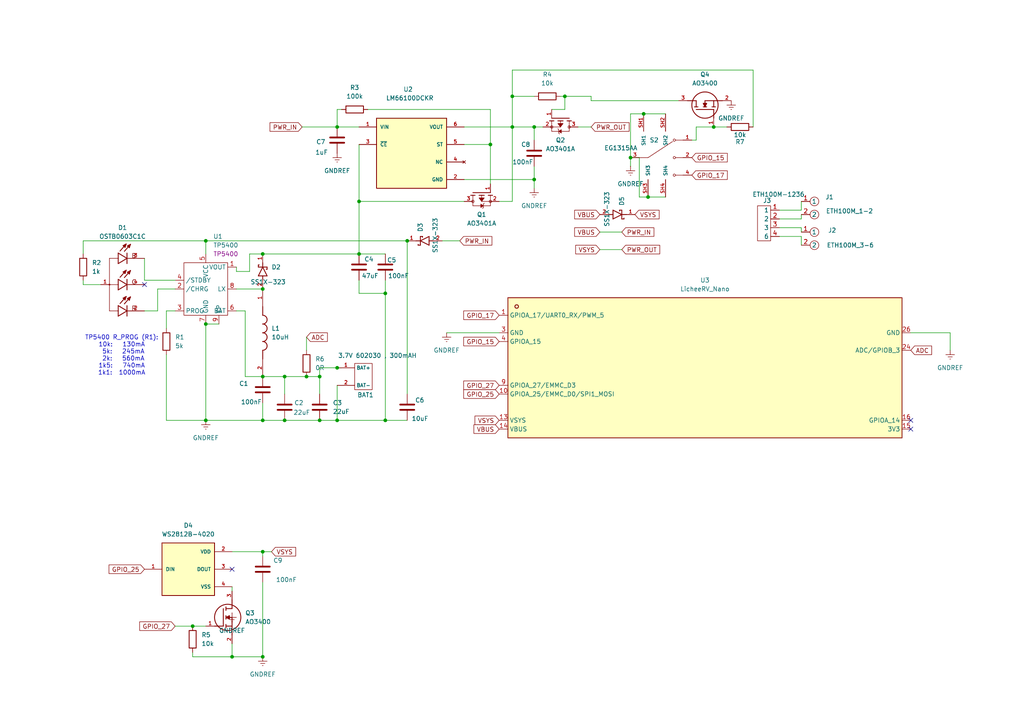
<source format=kicad_sch>
(kicad_sch (version 20250114) (generator "eeschema") (generator_version "9.0")
  (paper "A4")
  (title_block (title "Lichee-Jack EXT. Board") (date "2025-09-16") (rev "1.1") (company "KaliAssistant"))
  (lib_symbols
    (symbol "AO3400:AO3400" (pin_names (offset 1.016))
      (property "Reference" "Q" (at 11.43 3.81 0))
      (property "Value" "AO3400" (at 11.43 1.27 0))
      (symbol "AO3400_0_0"
        (polyline (pts (xy 2.54 0) (xy 5.08 0)) (stroke (width 0.254)))
        (polyline (pts (xy 5.08 5.08) (xy 5.08 0)) (stroke (width 0.254)))
        (polyline (pts (xy 5.842 5.588) (xy 5.842 4.572)) (stroke (width 0.254)))
        (polyline (pts (xy 5.842 2.54) (xy 6.858 3.048) (xy 6.858 2.032) (xy 5.842 2.54)) (stroke (width 0.254)) (fill (type outline)))
        (polyline (pts (xy 5.842 2.032) (xy 5.842 3.048)) (stroke (width 0.254)))
        (polyline (pts (xy 5.842 0) (xy 7.62 0)) (stroke (width 0.254)))
        (polyline (pts (xy 5.842 -0.508) (xy 5.842 0.508)) (stroke (width 0.254)))
        (circle (center 6.35 2.54) (radius 3.81) (stroke (width 0.254)))
        (polyline (pts (xy 7.62 5.08) (xy 5.842 5.08)) (stroke (width 0.254)))
        (polyline (pts (xy 7.62 5.08) (xy 7.62 7.62)) (stroke (width 0.254)))
        (polyline (pts (xy 7.62 2.54) (xy 5.842 2.54)) (stroke (width 0.254)))
        (polyline (pts (xy 7.62 2.54) (xy 7.62 -2.54)) (stroke (width 0.254)))
        (pin bidirectional line (at 0 0 0) (length 2.54) (name "~") (number "1"))
        (pin bidirectional line (at 7.62 10.16 270) (length 2.54) (name "~") (number "3"))
        (pin bidirectional line (at 7.62 -5.08 90) (length 2.54) (name "~") (number "2"))
      )
    )
    (symbol "AO3401A:AO3401A" (pin_names (offset 1.016))
      (property "Reference" "Q" (at -13.97 -1.27 0))
      (property "Value" "AO3401A" (at -13.97 -3.81 0))
      (symbol "AO3401A_0_0"
        (polyline (pts (xy -2.54 -2.54) (xy -2.54 2.54)) (stroke (width 0.254)))
        (polyline (pts (xy -1.778 2.54) (xy -1.778 3.175)) (stroke (width 0.254)))
        (polyline (pts (xy -1.778 1.905) (xy -1.778 2.54)) (stroke (width 0.254)))
        (polyline (pts (xy -1.778 0) (xy -1.778 0.762)) (stroke (width 0.254)))
        (polyline (pts (xy -1.778 0) (xy 0 0)) (stroke (width 0.1524)))
        (polyline (pts (xy -1.778 -0.762) (xy -1.778 0)) (stroke (width 0.254)))
        (polyline (pts (xy -1.778 -2.54) (xy -1.778 -1.905)) (stroke (width 0.254)))
        (polyline (pts (xy -1.778 -2.54) (xy 1.27 -2.54)) (stroke (width 0.1524)))
        (polyline (pts (xy -1.778 -3.175) (xy -1.778 -2.54)) (stroke (width 0.254)))
        (circle (center 0 2.54) (radius 0.3592))
        (polyline (pts (xy 0 2.54) (xy -1.778 2.54)) (stroke (width 0.1524)))
        (polyline (pts (xy 0 2.54) (xy 1.27 2.54)) (stroke (width 0.1524)))
        (polyline (pts (xy 0 0) (xy 0 2.54)) (stroke (width 0.1524)))
        (polyline (pts (xy 0 0) (xy -1.016 0.762) (xy -1.016 -0.762) (xy 0 0)) (stroke (width 0.1524)) (fill (type outline)))
        (circle (center 0 -2.54) (radius 0.3592))
        (polyline (pts (xy 0.508 0.762) (xy 0.762 0.508)) (stroke (width 0.1524)))
        (polyline (pts (xy 0.762 0.508) (xy 1.27 0.508)) (stroke (width 0.1524)))
        (polyline (pts (xy 1.27 0.508) (xy 1.27 2.54)) (stroke (width 0.1524)))
        (polyline (pts (xy 1.27 0.508) (xy 1.778 0.508)) (stroke (width 0.1524)))
        (polyline (pts (xy 1.27 0.508) (xy 1.778 -0.254) (xy 0.762 -0.254) (xy 1.27 0.508)) (stroke (width 0.1524)) (fill (type outline)))
        (polyline (pts (xy 1.27 -2.54) (xy 1.27 0.508)) (stroke (width 0.1524)))
        (polyline (pts (xy 1.778 0.508) (xy 2.032 0.254)) (stroke (width 0.1524)))
        (pin passive line (at -5.08 2.54 0) (length 2.54) (name "~") (number "1"))
        (pin passive line (at 0 5.08 270) (length 2.54) (name "~") (number "2"))
        (pin passive line (at 0 -5.08 90) (length 2.54) (name "~") (number "3"))
      )
    )
    (symbol "ASPI-4030S-XXXM-T:ASPI-4030S-4R7M-T" (pin_names (offset 1.016))
      (property "Reference" "L" (at -10.16 5.08 0))
      (property "Value" "ASPI-4030S-4R7M-T" (at -10.16 -5.08 0))
      (symbol "ASPI-4030S-4R7M-T_0_0"
        (polyline (pts (xy -5.08 0) (xy -7.62 0)) (stroke (width 0.254)))
        (arc (start -5.08 0) (mid -3.81 1.2645) (end -2.54 0) (stroke (width 0.254)))
        (arc (start -2.54 0) (mid -1.27 1.2645) (end 0 0) (stroke (width 0.254)))
        (arc (start 0 0) (mid 1.27 1.2645) (end 2.54 0) (stroke (width 0.254)))
        (arc (start 2.54 0) (mid 3.81 1.2645) (end 5.08 0) (stroke (width 0.254)))
        (polyline (pts (xy 5.08 0) (xy 7.62 0)) (stroke (width 0.254)))
        (pin passive line (at -12.7 0 0) (length 5.08) (name "~") (number "1"))
        (pin passive line (at 12.7 0 180) (length 5.08) (name "~") (number "2"))
      )
    )
    (symbol "BAT_CONN:BAT_CONN"
      (property "Reference" "BAT" (at -0.254 7.366 0))
      (symbol "BAT_CONN_0_1"
        (rectangle (start -2.54 3.81) (end 2.54 -3.81))
      )
      (symbol "BAT_CONN_1_0"
        (pin power_in line (at -7.62 2.54 0) (length 5.08) (name "BAT+") (number "1"))
        (pin power_in line (at -7.62 -2.54 0) (length 5.08) (name "BAT-") (number "2"))
      )
    )
    (symbol "Device:C" (pin_numbers (hide yes)) (pin_names (offset 0.254))
      (property "Reference" "C" (at 0.635 2.54 0))
      (property "Value" "C" (at 0.635 -2.54 0))
      (symbol "C_0_1"
        (polyline (pts (xy -2.032 0.762) (xy 2.032 0.762)) (stroke (width 0.508)))
        (polyline (pts (xy -2.032 -0.762) (xy 2.032 -0.762)) (stroke (width 0.508)))
      )
      (symbol "C_1_1"
        (pin passive line (at 0 3.81 270) (length 2.794) (name "~") (number "1"))
        (pin passive line (at 0 -3.81 90) (length 2.794) (name "~") (number "2"))
      )
    )
    (symbol "Device:R" (pin_numbers (hide yes)) (pin_names (offset 0))
      (property "Reference" "R" (at 2.032 0 90))
      (property "Value" "R" (at 0 0 90))
      (symbol "R_0_1"
        (rectangle (start -1.016 -2.54) (end 1.016 2.54) (stroke (width 0.254)))
      )
      (symbol "R_1_1"
        (pin passive line (at 0 3.81 270) (length 1.27) (name "~") (number "1"))
        (pin passive line (at 0 -3.81 90) (length 1.27) (name "~") (number "2"))
      )
    )
    (symbol "EG1315AA:EG1315AA" (pin_names (offset 1.016))
      (property "Reference" "S" (at -14.986 10.414 0))
      (property "Value" "EG1315AA" (at -19.812 8.89 0))
      (symbol "EG1315AA_0_0"
        (polyline (pts (xy -5.08 0) (xy -7.62 0)) (stroke (width 0.1524)))
        (polyline (pts (xy -5.08 0) (xy 2.032 4.6736)) (stroke (width 0.1524)))
        (circle (center 2.54 5.08) (radius 0.3302) (stroke (width 0.1524)))
        (circle (center 2.54 0) (radius 0.3302) (stroke (width 0.1524)))
        (circle (center 2.54 -5.08) (radius 0.3302) (stroke (width 0.1524)))
        (polyline (pts (xy 5.08 5.08) (xy 2.921 5.08)) (stroke (width 0.1524)))
        (polyline (pts (xy 5.08 0) (xy 2.921 0)) (stroke (width 0.1524)))
        (polyline (pts (xy 5.08 -5.08) (xy 2.921 -5.08)) (stroke (width 0.1524)))
        (pin passive line (at -10.16 0 0) (length 2.54) (name "~") (number "3"))
        (pin passive line (at 7.62 5.08 180) (length 2.54) (name "~") (number "1"))
        (pin passive line (at 7.62 0 180) (length 2.54) (name "~") (number "2"))
        (pin passive line (at 7.62 -5.08 180) (length 2.54) (name "~") (number "4"))
      )
      (symbol "EG1315AA_1_0"
        (pin passive line (at -6.35 12.7 270) (length 5.08) (name "SH1") (number "SH1"))
        (pin passive line (at -5.08 -11.43 90) (length 5.08) (name "SH3") (number "SH3"))
        (pin passive line (at 0 12.7 270) (length 5.08) (name "SH2") (number "SH2"))
        (pin passive line (at 0 -11.43 90) (length 5.08) (name "SH4") (number "SH4"))
      )
    )
    (symbol "ETHPAD:ETHCON"
      (property "Reference" "J" (at 0 0 0))
      (symbol "ETHCON_0_1"
        (rectangle (start -1.27 -1.27) (end 2.54 -11.43))
      )
      (symbol "ETHCON_1_1"
        (pin passive line (at 5.08 -2.54 180) (length 2.54) (name "1") (number "1"))
        (pin passive line (at 5.08 -5.08 180) (length 2.54) (name "2") (number "2"))
        (pin passive line (at 5.08 -7.62 180) (length 2.54) (name "3") (number "3"))
        (pin passive line (at 5.08 -10.16 180) (length 2.54) (name "6") (number "4"))
      )
    )
    (symbol "ETHPAD:ETHPAD"
      (property "Reference" "J" (at 0 0 0))
      (symbol "ETHPAD_0_1"
        (circle (center -1.27 -2.54) (radius 1.27))
        (circle (center -1.27 -6.35) (radius 1.27))
      )
      (symbol "ETHPAD_1_1"
        (pin passive line (at 2.54 -2.54 180) (length 2.54) (name "1") (number "1"))
        (pin passive line (at 2.54 -6.35 180) (length 2.54) (name "2") (number "2"))
      )
    )
    (symbol "LED_RGB_0603:OSTB0603C1C" (pin_names (offset 1.016))
      (property "Reference" "D" (at -3.0988 12.1158 0))
      (property "Value" "OSTB0603C1C" (at -3.556 -10.922 0))
      (symbol "OSTB0603C1C_0_0"
        (polyline (pts (xy -5.08 7.62) (xy -5.08 -7.62)) (stroke (width 0.1524)))
        (circle (center -5.08 0) (radius 0.127) (stroke (width 0.254)))
        (polyline (pts (xy -2.54 9.144) (xy -2.54 7.62)) (stroke (width 0.254)))
        (polyline (pts (xy -2.54 7.62) (xy -5.08 7.62)) (stroke (width 0.1524)))
        (polyline (pts (xy -2.54 7.62) (xy -2.54 6.096)) (stroke (width 0.254)))
        (polyline (pts (xy -2.54 6.096) (xy 0 7.62)) (stroke (width 0.254)))
        (polyline (pts (xy -2.54 1.524) (xy -2.54 0)) (stroke (width 0.254)))
        (polyline (pts (xy -2.54 0) (xy -5.08 0)) (stroke (width 0.1524)))
        (polyline (pts (xy -2.54 0) (xy -2.54 -1.524)) (stroke (width 0.254)))
        (polyline (pts (xy -2.54 -1.524) (xy 0 0)) (stroke (width 0.254)))
        (polyline (pts (xy -2.54 -6.096) (xy -2.54 -7.62)) (stroke (width 0.254)))
        (polyline (pts (xy -2.54 -7.62) (xy -5.08 -7.62)) (stroke (width 0.1524)))
        (polyline (pts (xy -2.54 -7.62) (xy -2.54 -9.144)) (stroke (width 0.254)))
        (polyline (pts (xy -2.54 -9.144) (xy 0 -7.62)) (stroke (width 0.254)))
        (polyline (pts (xy -1.1176 11.303) (xy -0.2286 11.7856)) (stroke (width 0.254)))
        (polyline (pts (xy -1.1176 3.683) (xy -0.2286 4.1656)) (stroke (width 0.254)))
        (polyline (pts (xy -1.1176 -3.937) (xy -0.2286 -3.4544)) (stroke (width 0.254)))
        (polyline (pts (xy -0.9398 11.2268) (xy -0.7112 11.3792)) (stroke (width 0.254)))
        (polyline (pts (xy -0.9398 3.6068) (xy -0.7112 3.7592)) (stroke (width 0.254)))
        (polyline (pts (xy -0.9398 -4.0132) (xy -0.7112 -3.8608)) (stroke (width 0.254)))
        (polyline (pts (xy -0.5588 10.8204) (xy -1.1176 11.303)) (stroke (width 0.254)))
        (polyline (pts (xy -0.5588 10.8204) (xy -0.5334 11.557)) (stroke (width 0.254)))
        (polyline (pts (xy -0.5588 3.2004) (xy -1.1176 3.683)) (stroke (width 0.254)))
        (polyline (pts (xy -0.5588 3.2004) (xy -0.5334 3.937)) (stroke (width 0.254)))
        (polyline (pts (xy -0.5588 -4.4196) (xy -1.1176 -3.937)) (stroke (width 0.254)))
        (polyline (pts (xy -0.5588 -4.4196) (xy -0.5334 -3.683)) (stroke (width 0.254)))
        (polyline (pts (xy -0.5334 11.557) (xy -0.6604 11.557)) (stroke (width 0.254)))
        (polyline (pts (xy -0.5334 3.937) (xy -0.6604 3.937)) (stroke (width 0.254)))
        (polyline (pts (xy -0.5334 -3.683) (xy -0.6604 -3.683)) (stroke (width 0.254)))
        (polyline (pts (xy -0.2286 11.7856) (xy -2.0066 9.7536)) (stroke (width 0.254)))
        (polyline (pts (xy -0.2286 11.7856) (xy -0.5588 10.8204)) (stroke (width 0.254)))
        (polyline (pts (xy -0.2286 4.1656) (xy -2.0066 2.1336)) (stroke (width 0.254)))
        (polyline (pts (xy -0.2286 4.1656) (xy -0.5588 3.2004)) (stroke (width 0.254)))
        (polyline (pts (xy -0.2286 -3.4544) (xy -2.0066 -5.4864)) (stroke (width 0.254)))
        (polyline (pts (xy -0.2286 -3.4544) (xy -0.5588 -4.4196)) (stroke (width 0.254)))
        (polyline (pts (xy 0 9.144) (xy 0 6.096)) (stroke (width 0.254)))
        (polyline (pts (xy 0 7.62) (xy -2.54 9.144)) (stroke (width 0.254)))
        (polyline (pts (xy 0 1.524) (xy 0 -1.524)) (stroke (width 0.254)))
        (polyline (pts (xy 0 0) (xy -2.54 1.524)) (stroke (width 0.254)))
        (polyline (pts (xy 0 -6.096) (xy 0 -9.144)) (stroke (width 0.254)))
        (polyline (pts (xy 0 -7.62) (xy -2.54 -6.096)) (stroke (width 0.254)))
        (polyline (pts (xy 0.127 11.2014) (xy 1.016 11.684)) (stroke (width 0.254)))
        (polyline (pts (xy 0.127 3.5814) (xy 1.016 4.064)) (stroke (width 0.254)))
        (polyline (pts (xy 0.127 -4.0386) (xy 1.016 -3.556)) (stroke (width 0.254)))
        (polyline (pts (xy 0.3048 11.1252) (xy 0.5334 11.2776)) (stroke (width 0.254)))
        (polyline (pts (xy 0.3048 3.5052) (xy 0.5334 3.6576)) (stroke (width 0.254)))
        (polyline (pts (xy 0.3048 -4.1148) (xy 0.5334 -3.9624)) (stroke (width 0.254)))
        (polyline (pts (xy 0.6858 10.7188) (xy 0.127 11.2014)) (stroke (width 0.254)))
        (polyline (pts (xy 0.6858 10.7188) (xy 0.7112 11.4554)) (stroke (width 0.254)))
        (polyline (pts (xy 0.6858 3.0988) (xy 0.127 3.5814)) (stroke (width 0.254)))
        (polyline (pts (xy 0.6858 3.0988) (xy 0.7112 3.8354)) (stroke (width 0.254)))
        (polyline (pts (xy 0.6858 -4.5212) (xy 0.127 -4.0386)) (stroke (width 0.254)))
        (polyline (pts (xy 0.6858 -4.5212) (xy 0.7112 -3.7846)) (stroke (width 0.254)))
        (polyline (pts (xy 0.7112 11.4554) (xy 0.5842 11.4554)) (stroke (width 0.254)))
        (polyline (pts (xy 0.7112 3.8354) (xy 0.5842 3.8354)) (stroke (width 0.254)))
        (polyline (pts (xy 0.7112 -3.7846) (xy 0.5842 -3.7846)) (stroke (width 0.254)))
        (polyline (pts (xy 1.016 11.684) (xy -0.762 9.652)) (stroke (width 0.254)))
        (polyline (pts (xy 1.016 11.684) (xy 0.6858 10.7188)) (stroke (width 0.254)))
        (polyline (pts (xy 1.016 4.064) (xy -0.762 2.032)) (stroke (width 0.254)))
        (polyline (pts (xy 1.016 4.064) (xy 0.6858 3.0988)) (stroke (width 0.254)))
        (polyline (pts (xy 1.016 -3.556) (xy -0.762 -5.588)) (stroke (width 0.254)))
        (polyline (pts (xy 1.016 -3.556) (xy 0.6858 -4.5212)) (stroke (width 0.254)))
        (text "B" (at 1.27 7.62 0) (effects (font (size 1.27 1.27)) (justify left bottom)))
        (text "G" (at 1.27 0 0) (effects (font (size 1.27 1.27)) (justify left bottom)))
        (text "R" (at 1.27 -7.62 0) (effects (font (size 1.27 1.27)) (justify left bottom)))
        (pin passive line (at -7.62 0 0) (length 2.54) (name "~") (number "1"))
        (pin passive line (at 5.08 7.62 180) (length 5.08) (name "~") (number "3"))
        (pin passive line (at 5.08 0 180) (length 5.08) (name "~") (number "4"))
        (pin passive line (at 5.08 -7.62 180) (length 5.08) (name "~") (number "2"))
      )
    )
    (symbol "LM66100DCKX:LM66100DCKR" (pin_names (offset 1.016))
      (property "Reference" "U" (at -10.16 10.922 0))
      (property "Value" "LM66100DCKR" (at -10.16 -10.922 0))
      (symbol "LM66100DCKR_0_0"
        (rectangle (start -10.16 -10.16) (end 10.16 10.16) (stroke (width 0.254)) (fill (type background)))
        (pin input line (at -15.24 7.62 0) (length 5.08) (name "VIN") (number "1"))
        (pin input line (at -15.24 2.54 0) (length 5.08) (name "~{CE}") (number "3"))
        (pin output line (at 15.24 7.62 180) (length 5.08) (name "VOUT") (number "6"))
        (pin output line (at 15.24 2.54 180) (length 5.08) (name "ST") (number "5"))
        (pin no_connect line (at 15.24 -2.54 180) (length 5.08) (name "NC") (number "4"))
        (pin power_in line (at 15.24 -7.62 180) (length 5.08) (name "GND") (number "2"))
      )
    )
    (symbol "LicheeRV-NANO_MD:LicheeRV_Nano"
      (property "Reference" "U3" (at 62.23 10.16 0))
      (property "Value" "LicheeRV_Nano" (at 62.23 7.62 0))
      (symbol "LicheeRV_Nano_1_0"
        (circle (center 7.62 2.54) (radius 0.508) (stroke (width 0.254)))
        (rectangle (start 119.38 5.08) (end 5.08 -35.56) (stroke (width 0.254)) (fill (type background)))
        (pin passive line (at 2.54 0 0) (length 2.54) (name "GPIOA_17/UART0_RX/PWM_5") (number "1"))
        (pin passive line (at 2.54 -5.08 0) (length 2.54) (name "GND") (number "3"))
        (pin passive line (at 2.54 -20.32 0) (length 2.54) (name "GPIOA_27/EMMC_D3") (number "9"))
        (pin passive line (at 2.54 -22.86 0) (length 2.54) (name "GPIOA_25/EMMC_D0/SPI1_MOSI") (number "10"))
        (pin passive line (at 2.54 -30.48 0) (length 2.54) (name "VSYS") (number "13"))
        (pin passive line (at 2.54 -33.02 0) (length 2.54) (name "VBUS") (number "14"))
        (pin passive line (at 121.92 -5.08 180) (length 2.54) (name "GND") (number "26"))
        (pin passive line (at 121.92 -10.16 180) (length 2.54) (name "ADC/GPIOB_3") (number "24"))
        (pin passive line (at 121.92 -30.48 180) (length 2.54) (name "GPIOA_14") (number "16"))
        (pin passive line (at 121.92 -33.02 180) (length 2.54) (name "3V3") (number "15"))
      )
      (symbol "LicheeRV_Nano_1_1"
        (pin passive line (at 2.54 -7.62 0) (length 2.54) (name "GPIOA_15") (number "4"))
      )
    )
    (symbol "PMEG4010CEJ_115:PMEG4010CEJ_115" (pin_names (offset 1.016))
      (property "Reference" "D" (at -5.08 2.54 0))
      (property "Value" "PMEG4010CEJ_115" (at -5.08 -3.81 0))
      (symbol "PMEG4010CEJ_115_0_0"
        (polyline (pts (xy -2.54 0) (xy -1.27 0)) (stroke (width 0.254)))
        (polyline (pts (xy -1.27 1.27) (xy -1.27 0)) (stroke (width 0.254)))
        (polyline (pts (xy -1.27 0) (xy -1.27 -1.27)) (stroke (width 0.254)))
        (polyline (pts (xy -1.27 -1.27) (xy 1.27 0)) (stroke (width 0.254)))
        (polyline (pts (xy 0.635 -1.016) (xy 0.635 -1.27)) (stroke (width 0.254)))
        (polyline (pts (xy 1.27 1.27) (xy 1.27 0)) (stroke (width 0.254)))
        (polyline (pts (xy 1.27 0) (xy -1.27 1.27)) (stroke (width 0.254)))
        (polyline (pts (xy 1.27 0) (xy 1.27 -1.27)) (stroke (width 0.254)))
        (polyline (pts (xy 1.27 -1.27) (xy 0.635 -1.27)) (stroke (width 0.254)))
        (polyline (pts (xy 1.905 1.27) (xy 1.27 1.27)) (stroke (width 0.254)))
        (polyline (pts (xy 1.905 1.27) (xy 1.905 1.016)) (stroke (width 0.254)))
        (polyline (pts (xy 2.54 0) (xy 1.27 0)) (stroke (width 0.254)))
        (pin passive line (at -5.08 0 0) (length 2.54) (name "~") (number "2"))
        (pin passive line (at 5.08 0 180) (length 2.54) (name "~") (number "1"))
      )
    )
    (symbol "TP5400_2"
      (property "Reference" "U" (at -6.35 2.54 0))
      (property "Description" "TP5400" (at 6.35 0 0))
      (symbol "TP5400_2_0_1"
        (rectangle (start -5.08 -1.27) (end 7.62 -16.51))
      )
      (symbol "TP5400_2_1_1"
        (pin output line (at -7.62 -6.35 0) (length 2.54) (name "/STDBY") (number "4"))
        (pin output line (at -7.62 -8.89 0) (length 2.54) (name "/CHRG") (number "2"))
        (pin input line (at -7.62 -15.24 0) (length 2.54) (name "PROG") (number "3"))
        (pin power_in line (at 1.27 1.27 270) (length 2.54) (name "VCC") (number "5"))
        (pin power_in line (at 1.27 -19.05 90) (length 2.54) (name "GND") (number "7"))
        (pin power_in line (at 5.08 -19.05 90) (length 2.54) (name "EP") (number "9"))
        (pin output line (at 10.16 -2.54 180) (length 2.54) (name "VOUT") (number "1"))
        (pin input line (at 10.16 -8.89 180) (length 2.54) (name "LX") (number "8"))
        (pin input line (at 10.16 -15.24 180) (length 2.54) (name "BAT") (number "6"))
      )
    )
    (symbol "WS2812B-4020:WS2812B-4020" (pin_names (offset 1.016))
      (property "Reference" "D" (at -7.62 8.128 0))
      (property "Value" "WS2812B-4020" (at -7.62 -10.16 0))
      (symbol "WS2812B-4020_0_0"
        (rectangle (start -7.62 -7.62) (end 7.62 7.62) (stroke (width 0.254)) (fill (type background)))
        (pin input line (at -12.7 0 0) (length 5.08) (name "DIN") (number "1"))
        (pin power_in line (at 12.7 5.08 180) (length 5.08) (name "VDD") (number "2"))
        (pin output line (at 12.7 0 180) (length 5.08) (name "DOUT") (number "3"))
        (pin power_in line (at 12.7 -5.08 180) (length 5.08) (name "VSS") (number "4"))
      )
    )
    (symbol "power:GNDREF" (power) (pin_numbers (hide yes)) (pin_names (offset 0) (hide yes))
      (property "Value" "GNDREF" (at 0 -3.81 0))
      (symbol "GNDREF_0_1"
        (polyline (pts (xy -0.635 -1.905) (xy 0.635 -1.905)))
        (polyline (pts (xy -0.127 -2.54) (xy 0.127 -2.54)))
        (polyline (pts (xy 0 -1.27) (xy 0 0)))
        (polyline (pts (xy 1.27 -1.27) (xy -1.27 -1.27)))
      )
      (symbol "GNDREF_1_1"
        (pin power_in line (at 0 0 270) (length 0) (name "~") (number "1"))
      )
    )
  )
  (text "TP5400 R_PROG (R1):\n10k:   130mA\n 5k:   245mA\n 2k:   560mA\n1k5:   740mA\n1k1:  1000mA" (at 35.306 103.124 0) (effects (font (size 1.27 1.27))))
  (junction (at 92.71 121.92))
  (junction (at 148.59 27.94))
  (junction (at 88.9 109.22))
  (junction (at 97.79 106.68))
  (junction (at 76.2 73.66))
  (junction (at 55.88 181.61))
  (junction (at 142.24 41.91))
  (junction (at 104.14 73.66))
  (junction (at 76.2 83.82))
  (junction (at 187.96 57.15))
  (junction (at 118.11 69.85))
  (junction (at 76.2 109.22))
  (junction (at 111.76 121.92))
  (junction (at 59.69 121.92))
  (junction (at 59.69 93.98))
  (junction (at 67.31 190.5))
  (junction (at 104.14 58.42))
  (junction (at 82.55 109.22))
  (junction (at 76.2 160.02))
  (junction (at 97.79 36.83))
  (junction (at 207.01 36.83))
  (junction (at 148.59 36.83))
  (junction (at 76.2 121.92))
  (junction (at 186.69 33.02))
  (junction (at 163.83 27.94))
  (junction (at 154.94 52.07))
  (junction (at 182.88 45.72))
  (junction (at 97.79 121.92))
  (junction (at 59.69 69.85))
  (junction (at 82.55 121.92))
  (junction (at 92.71 109.22))
  (junction (at 76.2 190.5))
  (junction (at 111.76 85.09))
  (junction (at 154.94 36.83))
  (no_connect (at 264.16 124.46))
  (no_connect (at 67.31 165.1))
  (no_connect (at 41.91 82.55))
  (no_connect (at 264.16 121.92))
  (wire (pts (xy 48.26 90.17) (xy 48.26 95.25)))
  (wire (pts (xy 97.79 111.76) (xy 97.79 121.92)))
  (wire (pts (xy 72.39 73.66) (xy 76.2 73.66)))
  (wire (pts (xy 45.72 83.82) (xy 50.8 83.82)))
  (wire (pts (xy 111.76 81.28) (xy 111.76 85.09)))
  (wire (pts (xy 182.88 33.02) (xy 182.88 45.72)))
  (wire (pts (xy 232.41 63.5) (xy 232.41 62.23)))
  (wire (pts (xy 218.44 20.32) (xy 148.59 20.32)))
  (wire (pts (xy 67.31 186.69) (xy 67.31 190.5)))
  (wire (pts (xy 71.12 90.17) (xy 71.12 109.22)))
  (wire (pts (xy 68.58 90.17) (xy 71.12 90.17)))
  (wire (pts (xy 76.2 160.02) (xy 76.2 161.29)))
  (wire (pts (xy 201.93 40.64) (xy 200.66 40.64)))
  (wire (pts (xy 226.06 60.96) (xy 232.41 60.96)))
  (wire (pts (xy 55.88 189.23) (xy 55.88 190.5)))
  (wire (pts (xy 201.93 36.83) (xy 207.01 36.83)))
  (wire (pts (xy 104.14 58.42) (xy 134.62 58.42)))
  (wire (pts (xy 148.59 27.94) (xy 154.94 27.94)))
  (wire (pts (xy 59.69 69.85) (xy 118.11 69.85)))
  (wire (pts (xy 142.24 41.91) (xy 142.24 53.34)))
  (wire (pts (xy 106.68 31.75) (xy 142.24 31.75)))
  (wire (pts (xy 218.44 36.83) (xy 218.44 20.32)))
  (wire (pts (xy 186.69 33.02) (xy 193.04 33.02)))
  (wire (pts (xy 148.59 36.83) (xy 154.94 36.83)))
  (wire (pts (xy 41.91 81.28) (xy 41.91 74.93)))
  (wire (pts (xy 154.94 36.83) (xy 157.48 36.83)))
  (wire (pts (xy 76.2 73.66) (xy 104.14 73.66)))
  (wire (pts (xy 163.83 27.94) (xy 163.83 31.75)))
  (wire (pts (xy 59.69 93.98) (xy 63.5 93.98)))
  (wire (pts (xy 24.13 82.55) (xy 24.13 81.28)))
  (wire (pts (xy 154.94 52.07) (xy 154.94 54.61)))
  (wire (pts (xy 92.71 106.68) (xy 92.71 109.22)))
  (wire (pts (xy 67.31 170.18) (xy 67.31 171.45)))
  (wire (pts (xy 92.71 109.22) (xy 92.71 114.3)))
  (wire (pts (xy 92.71 121.92) (xy 97.79 121.92)))
  (wire (pts (xy 134.62 41.91) (xy 142.24 41.91)))
  (wire (pts (xy 41.91 90.17) (xy 45.72 90.17)))
  (wire (pts (xy 76.2 109.22) (xy 82.55 109.22)))
  (wire (pts (xy 148.59 58.42) (xy 144.78 58.42)))
  (wire (pts (xy 104.14 85.09) (xy 111.76 85.09)))
  (wire (pts (xy 97.79 106.68) (xy 99.06 106.68)))
  (wire (pts (xy 76.2 121.92) (xy 82.55 121.92)))
  (wire (pts (xy 92.71 106.68) (xy 97.79 106.68)))
  (wire (pts (xy 154.94 48.26) (xy 154.94 52.07)))
  (wire (pts (xy 59.69 93.98) (xy 59.69 121.92)))
  (wire (pts (xy 148.59 36.83) (xy 148.59 58.42)))
  (wire (pts (xy 187.96 57.15) (xy 193.04 57.15)))
  (wire (pts (xy 111.76 85.09) (xy 111.76 121.92)))
  (wire (pts (xy 97.79 121.92) (xy 111.76 121.92)))
  (wire (pts (xy 41.91 81.28) (xy 50.8 81.28)))
  (wire (pts (xy 226.06 63.5) (xy 232.41 63.5)))
  (wire (pts (xy 104.14 41.91) (xy 104.14 58.42)))
  (wire (pts (xy 76.2 168.91) (xy 76.2 190.5)))
  (wire (pts (xy 201.93 40.64) (xy 201.93 36.83)))
  (wire (pts (xy 160.02 31.75) (xy 163.83 31.75)))
  (wire (pts (xy 187.96 57.15) (xy 185.42 57.15)))
  (wire (pts (xy 76.2 116.84) (xy 76.2 121.92)))
  (wire (pts (xy 97.79 31.75) (xy 97.79 36.83)))
  (wire (pts (xy 59.69 121.92) (xy 76.2 121.92)))
  (wire (pts (xy 68.58 78.74) (xy 72.39 78.74)))
  (wire (pts (xy 104.14 81.28) (xy 104.14 85.09)))
  (wire (pts (xy 118.11 69.85) (xy 118.11 114.3)))
  (wire (pts (xy 48.26 102.87) (xy 48.26 121.92)))
  (wire (pts (xy 232.41 66.04) (xy 232.41 67.31)))
  (wire (pts (xy 24.13 69.85) (xy 59.69 69.85)))
  (wire (pts (xy 48.26 121.92) (xy 59.69 121.92)))
  (wire (pts (xy 82.55 109.22) (xy 88.9 109.22)))
  (wire (pts (xy 226.06 68.58) (xy 232.41 68.58)))
  (wire (pts (xy 68.58 78.74) (xy 68.58 77.47)))
  (wire (pts (xy 71.12 109.22) (xy 76.2 109.22)))
  (wire (pts (xy 180.34 72.39) (xy 173.99 72.39)))
  (wire (pts (xy 232.41 60.96) (xy 232.41 58.42)))
  (wire (pts (xy 67.31 160.02) (xy 76.2 160.02)))
  (wire (pts (xy 67.31 190.5) (xy 76.2 190.5)))
  (wire (pts (xy 134.62 36.83) (xy 148.59 36.83)))
  (wire (pts (xy 88.9 109.22) (xy 92.71 109.22)))
  (wire (pts (xy 148.59 20.32) (xy 148.59 27.94)))
  (wire (pts (xy 154.94 36.83) (xy 154.94 40.64)))
  (wire (pts (xy 180.34 67.31) (xy 173.99 67.31)))
  (wire (pts (xy 76.2 160.02) (xy 78.74 160.02)))
  (wire (pts (xy 45.72 90.17) (xy 45.72 83.82)))
  (wire (pts (xy 275.59 96.52) (xy 275.59 101.6)))
  (wire (pts (xy 196.85 29.21) (xy 171.45 29.21)))
  (wire (pts (xy 59.69 69.85) (xy 59.69 73.66)))
  (wire (pts (xy 185.42 57.15) (xy 185.42 45.72)))
  (wire (pts (xy 232.41 68.58) (xy 232.41 71.12)))
  (wire (pts (xy 264.16 96.52) (xy 275.59 96.52)))
  (wire (pts (xy 104.14 58.42) (xy 104.14 73.66)))
  (wire (pts (xy 171.45 29.21) (xy 171.45 27.94)))
  (wire (pts (xy 87.63 36.83) (xy 97.79 36.83)))
  (wire (pts (xy 129.54 96.52) (xy 144.78 96.52)))
  (wire (pts (xy 50.8 181.61) (xy 55.88 181.61)))
  (wire (pts (xy 104.14 73.66) (xy 111.76 73.66)))
  (wire (pts (xy 68.58 83.82) (xy 76.2 83.82)))
  (wire (pts (xy 97.79 36.83) (xy 104.14 36.83)))
  (wire (pts (xy 29.21 82.55) (xy 24.13 82.55)))
  (wire (pts (xy 207.01 36.83) (xy 210.82 36.83)))
  (wire (pts (xy 82.55 109.22) (xy 82.55 114.3)))
  (wire (pts (xy 134.62 52.07) (xy 154.94 52.07)))
  (wire (pts (xy 142.24 31.75) (xy 142.24 41.91)))
  (wire (pts (xy 186.69 33.02) (xy 182.88 33.02)))
  (wire (pts (xy 82.55 121.92) (xy 92.71 121.92)))
  (wire (pts (xy 226.06 66.04) (xy 232.41 66.04)))
  (wire (pts (xy 182.88 45.72) (xy 182.88 48.26)))
  (wire (pts (xy 167.64 36.83) (xy 171.45 36.83)))
  (wire (pts (xy 55.88 190.5) (xy 67.31 190.5)))
  (wire (pts (xy 55.88 181.61) (xy 59.69 181.61)))
  (wire (pts (xy 99.06 31.75) (xy 97.79 31.75)))
  (wire (pts (xy 148.59 27.94) (xy 148.59 36.83)))
  (wire (pts (xy 48.26 90.17) (xy 50.8 90.17)))
  (wire (pts (xy 185.42 45.72) (xy 182.88 45.72)))
  (wire (pts (xy 88.9 97.79) (xy 88.9 101.6)))
  (wire (pts (xy 163.83 27.94) (xy 171.45 27.94)))
  (wire (pts (xy 128.27 69.85) (xy 133.35 69.85)))
  (wire (pts (xy 163.83 27.94) (xy 162.56 27.94)))
  (wire (pts (xy 24.13 73.66) (xy 24.13 69.85)))
  (wire (pts (xy 111.76 121.92) (xy 118.11 121.92)))
  (wire (pts (xy 72.39 78.74) (xy 72.39 73.66)))
  (global_label "PWR_IN" (shape input) (at 87.63 36.83 180) (property "Intersheetrefs" "${INTERSHEET_REFS}" (effects (hide yes))))
  (global_label "GPIO_25" (shape input) (at 144.78 114.3 180) (property "Intersheetrefs" "${INTERSHEET_REFS}" (effects (hide yes))))
  (global_label "GPIO_27" (shape input) (at 50.8 181.61 180) (property "Intersheetrefs" "${INTERSHEET_REFS}" (effects (hide yes))))
  (global_label "PWR_IN" (shape input) (at 133.35 69.85 0) (property "Intersheetrefs" "${INTERSHEET_REFS}" (effects (hide yes))))
  (global_label "ADC" (shape input) (at 88.9 97.79 0) (property "Intersheetrefs" "${INTERSHEET_REFS}" (effects (hide yes))))
  (global_label "GPIO_17" (shape input) (at 144.78 91.44 180) (property "Intersheetrefs" "${INTERSHEET_REFS}" (effects (hide yes))))
  (global_label "VBUS" (shape input) (at 144.78 124.46 180) (property "Intersheetrefs" "${INTERSHEET_REFS}" (effects (hide yes))))
  (global_label "GPIO_27" (shape input) (at 144.78 111.76 180) (property "Intersheetrefs" "${INTERSHEET_REFS}" (effects (hide yes))))
  (global_label "VSYS" (shape input) (at 184.15 62.23 0) (property "Intersheetrefs" "${INTERSHEET_REFS}" (effects (hide yes))))
  (global_label "GPIO_25" (shape input) (at 41.91 165.1 180) (property "Intersheetrefs" "${INTERSHEET_REFS}" (effects (hide yes))))
  (global_label "PWR_OUT" (shape input) (at 180.34 72.39 0) (property "Intersheetrefs" "${INTERSHEET_REFS}" (effects (hide yes))))
  (global_label "GPIO_15" (shape input) (at 200.66 45.72 0) (property "Intersheetrefs" "${INTERSHEET_REFS}" (effects (hide yes))))
  (global_label "VBUS" (shape input) (at 173.99 62.23 180) (property "Intersheetrefs" "${INTERSHEET_REFS}" (effects (hide yes))))
  (global_label "PWR_IN" (shape input) (at 180.34 67.31 0) (property "Intersheetrefs" "${INTERSHEET_REFS}" (effects (hide yes))))
  (global_label "PWR_OUT" (shape input) (at 171.45 36.83 0) (property "Intersheetrefs" "${INTERSHEET_REFS}" (effects (hide yes))))
  (global_label "GPIO_17" (shape input) (at 200.66 50.8 0) (property "Intersheetrefs" "${INTERSHEET_REFS}" (effects (hide yes))))
  (global_label "VSYS" (shape input) (at 173.99 72.39 180) (property "Intersheetrefs" "${INTERSHEET_REFS}" (effects (hide yes))))
  (global_label "VBUS" (shape input) (at 173.99 67.31 180) (property "Intersheetrefs" "${INTERSHEET_REFS}" (effects (hide yes))))
  (global_label "GPIO_15" (shape input) (at 144.78 99.06 180) (property "Intersheetrefs" "${INTERSHEET_REFS}" (effects (hide yes))))
  (global_label "VSYS" (shape input) (at 144.78 121.92 180) (property "Intersheetrefs" "${INTERSHEET_REFS}" (effects (hide yes))))
  (global_label "ADC" (shape input) (at 264.16 101.6 0) (property "Intersheetrefs" "${INTERSHEET_REFS}" (effects (hide yes))))
  (global_label "VSYS" (shape input) (at 78.74 160.02 0) (property "Intersheetrefs" "${INTERSHEET_REFS}" (effects (hide yes))))
  (symbol (lib_id "AO3400:AO3400") (at 207.01 36.83 90) (unit 1)
    (property "Reference" "Q4" (at 204.47 21.59 90))
    (property "Value" "AO3400" (at 204.47 24.13 90))
    (property "Footprint" "AO3400:SOT95P280X125-3N" (effects (hide yes)))
    (property "MANUFACTURER_NAME" "Alpha & Omega Semiconductors" (effects (hide yes)))
    (property "MF" "Alpha &" (effects (hide yes)))
    (property "DESCRIPTION" "30V N-Channel MOSFET" (effects (hide yes)))
    (property "Price" "None" (effects (hide yes)))
    (property "Package" "SOT-23-3 Alpha &amp; Omega Semiconductor" (effects (hide yes)))
    (property "Check_prices" "https://www.snapeda.com/parts/AO3400/Alpha/view-part/?ref=eda" (effects (hide yes)))
    (property "HEIGHT" "1.25mm" (effects (hide yes)))
    (property "MP" "AO3400" (effects (hide yes)))
    (property "SnapEDA_Link" "https://www.snapeda.com/parts/AO3400/Alpha/view-part/?ref=snap" (effects (hide yes)))
    (property "ARROW_PRICE-STOCK" "https://www.arrow.com/en/products/ao3400/alpha-and-omega-semiconductor" (effects (hide yes)))
    (property "ARROW_PART_NUMBER" "AO3400" (effects (hide yes)))
    (property "Description_1" "N-Channel 30 V 5.8A (Ta) 1.4W (Ta) Surface Mount SOT-23-3" (effects (hide yes)))
    (property "Availability" "In Stock" (effects (hide yes)))
    (property "MANUFACTURER_PART_NUMBER" "AO3400" (effects (hide yes)))
  )
  (symbol (lib_id "Device:R") (at 158.75 27.94 90) (unit 1)
    (property "Reference" "R4" (at 158.75 21.59 90))
    (property "Value" "10k" (at 158.75 24.13 90))
    (property "Footprint" "Resistor_SMD:R_0402_1005Metric" (effects (hide yes)))
    (property "Description" "Resistor" (effects (hide yes)))
  )
  (symbol (lib_id "Device:C") (at 104.14 77.47 0) (unit 1)
    (property "Reference" "C4" (at 105.664 75.184 0) (effects (justify left)))
    (property "Value" "47uF" (at 104.902 80.01 0) (effects (justify left)))
    (property "Footprint" "Capacitor_SMD:C_0805_2012Metric" (effects (hide yes)))
    (property "Description" "Unpolarized capacitor" (effects (hide yes)))
  )
  (symbol (lib_id "ETHPAD:ETHPAD") (at 234.95 64.77 0) (mirror y) (unit 1)
    (property "Reference" "J2" (at 242.57 66.802 0) (effects (justify left)))
    (property "Value" "ETH100M_3-6" (at 253.492 71.12 0) (effects (justify left)))
    (property "Footprint" "ETHPAD:ETHPAD" (effects (hide yes)))
  )
  (symbol (lib_id "Device:R") (at 102.87 31.75 90) (unit 1)
    (property "Reference" "R3" (at 102.87 25.4 90))
    (property "Value" "100k" (at 102.87 27.94 90))
    (property "Footprint" "Resistor_SMD:R_0402_1005Metric" (effects (hide yes)))
    (property "Description" "Resistor" (effects (hide yes)))
  )
  (symbol (lib_id "power:GNDREF") (at 154.94 54.61 0) (unit 1)
    (property "Reference" "#PWR02" (effects (hide yes)))
    (property "Value" "GNDREF" (at 154.94 59.69 0))
    (property "Description" "Power symbol creates a global label with name \"GNDREF\" , reference supply ground" (effects (hide yes)))
  )
  (symbol (lib_id "LED_RGB_0603:OSTB0603C1C") (at 36.83 82.55 0) (unit 1)
    (property "Reference" "D1" (at 35.5442 66.04 0))
    (property "Value" "OSTB0603C1C" (at 35.5442 68.58 0))
    (property "Footprint" "LED-RGB-0603:LED_OSTB0603C1C" (effects (hide yes)))
    (property "MF" "OptoSupply" (effects (hide yes)))
    (property "MAXIMUM_PACKAGE_HEIGHT" "0.6 mm" (effects (hide yes)))
    (property "Package" "0603 OptoSupply" (effects (hide yes)))
    (property "Price" "None" (effects (hide yes)))
    (property "Check_prices" "https://www.snapeda.com/parts/OSTB0603C1C/OptoSupply/view-part/?ref=eda" (effects (hide yes)))
    (property "STANDARD" "Manufacturer Recommendations" (effects (hide yes)))
    (property "PARTREV" "A.3" (effects (hide yes)))
    (property "SnapEDA_Link" "https://www.snapeda.com/parts/OSTB0603C1C/OptoSupply/view-part/?ref=snap" (effects (hide yes)))
    (property "MP" "OSTB0603C1C" (effects (hide yes)))
    (property "Description_1" "LED; SMD; 0603; RGB; 1.6x1.5mm; 120°; Variant: tricolou" (effects (hide yes)))
    (property "Availability" "Not in stock" (effects (hide yes)))
    (property "MANUFACTURER" "OptoSupply" (effects (hide yes)))
  )
  (symbol (lib_id "power:GNDREF") (at 275.59 101.6 0) (unit 1)
    (property "Reference" "#PWR09" (effects (hide yes)))
    (property "Value" "GNDREF" (at 275.59 106.68 0))
    (property "Description" "Power symbol creates a global label with name \"GNDREF\" , reference supply ground" (effects (hide yes)))
  )
  (symbol (lib_id "PMEG4010CEJ_115:PMEG4010CEJ_115") (at 179.07 62.23 0) (mirror x) (unit 1)
    (property "Reference" "D5" (at 180.3401 59.69 90) (effects (justify right)))
    (property "Value" "SS1X-323" (at 176.022 65.786 90) (effects (justify right)))
    (property "Footprint" "PMEG4010CEJ_115:DIO_PMEG4010CEJ_115" (effects (hide yes)))
    (property "MF" "NXP Semiconductors" (effects (hide yes)))
    (property "MAXIMUM_PACKAGE_HEIGHT" "0.8 mm" (effects (hide yes)))
    (property "Package" "SOD-323 NXP Semiconductors" (effects (hide yes)))
    (property "Price" "None" (effects (hide yes)))
    (property "Check_prices" "https://www.snapeda.com/parts/PMEG4010CEJ,115/NXP+Semiconductors/view-part/?ref=eda" (effects (hide yes)))
    (property "STANDARD" "Manufacturer Recommendations" (effects (hide yes)))
    (property "PARTREV" "02" (effects (hide yes)))
    (property "SnapEDA_Link" "https://www.snapeda.com/parts/PMEG4010CEJ,115/NXP+Semiconductors/view-part/?ref=snap" (effects (hide yes)))
    (property "MP" "PMEG4010CEJ,115" (effects (hide yes)))
    (property "Description_1" "Diode Schottky 40V 1A (DC) Surface Mount SOD-323F" (effects (hide yes)))
    (property "SNAPEDA_PN" "PMEG4010CEJ,115" (effects (hide yes)))
    (property "Availability" "In Stock" (effects (hide yes)))
    (property "MANUFACTURER" "NXP" (effects (hide yes)))
  )
  (symbol (lib_id "power:GNDREF") (at 59.69 121.92 0) (unit 1)
    (property "Reference" "#PWR01" (effects (hide yes)))
    (property "Value" "GNDREF" (at 59.69 127 0))
    (property "Description" "Power symbol creates a global label with name \"GNDREF\" , reference supply ground" (effects (hide yes)))
  )
  (symbol (lib_id "Device:C") (at 154.94 44.45 0) (unit 1)
    (property "Reference" "C8" (at 151.13 41.91 0) (effects (justify left)))
    (property "Value" "100nF" (at 148.59 46.99 0) (effects (justify left)))
    (property "Footprint" "Capacitor_SMD:C_0402_1005Metric" (effects (hide yes)))
    (property "Description" "Unpolarized capacitor" (effects (hide yes)))
  )
  (symbol (lib_id "Device:C") (at 111.76 77.47 0) (unit 1)
    (property "Reference" "C5" (at 112.268 75.438 0) (effects (justify left)))
    (property "Value" "100nF" (at 112.522 80.01 0) (effects (justify left)))
    (property "Footprint" "Capacitor_SMD:C_0402_1005Metric" (effects (hide yes)))
    (property "Description" "Unpolarized capacitor" (effects (hide yes)))
  )
  (symbol (lib_id "WS2812B-4020:WS2812B-4020") (at 54.61 165.1 0) (unit 1)
    (property "Reference" "D4" (at 54.61 152.4 0))
    (property "Value" "WS2812B-4020" (at 54.61 154.94 0))
    (property "Footprint" "WS2812B-SIDE-4020:LED_WS2812B-4020" (effects (hide yes)))
    (property "MF" "Worldsemi" (effects (hide yes)))
    (property "MAXIMUM_PACKAGE_HEIGHT" "2.05 mm" (effects (hide yes)))
    (property "Package" "Package" (effects (hide yes)))
    (property "Price" "None" (effects (hide yes)))
    (property "Check_prices" "https://www.snapeda.com/parts/WS2812B-4020/Worldsemi/view-part/?ref=eda" (effects (hide yes)))
    (property "STANDARD" "Manufacturer Recommendations" (effects (hide yes)))
    (property "PARTREV" "V1.2" (effects (hide yes)))
    (property "SnapEDA_Link" "https://www.snapeda.com/parts/WS2812B-4020/Worldsemi/view-part/?ref=snap" (effects (hide yes)))
    (property "MP" "WS2812B-4020" (effects (hide yes)))
    (property "Description_1" "12mA RGB SMD,2x4mm Light Emitting Diodes" (effects (hide yes)))
    (property "MANUFACTURER" "Worldsemi" (effects (hide yes)))
    (property "Availability" "Not in stock" (effects (hide yes)))
    (property "SNAPEDA_PN" "WS2812B-4020" (effects (hide yes)))
  )
  (symbol (lib_id "AO3400:AO3400") (at 59.69 181.61 0) (unit 1)
    (property "Reference" "Q3" (at 71.12 177.7999 0) (effects (justify left)))
    (property "Value" "AO3400" (at 71.12 180.3399 0) (effects (justify left)))
    (property "Footprint" "AO3400:SOT95P280X125-3N" (effects (hide yes)))
    (property "MANUFACTURER_NAME" "Alpha & Omega Semiconductors" (effects (hide yes)))
    (property "MF" "Alpha &" (effects (hide yes)))
    (property "DESCRIPTION" "30V N-Channel MOSFET" (effects (hide yes)))
    (property "Price" "None" (effects (hide yes)))
    (property "Package" "SOT-23-3 Alpha &amp; Omega Semiconductor" (effects (hide yes)))
    (property "Check_prices" "https://www.snapeda.com/parts/AO3400/Alpha/view-part/?ref=eda" (effects (hide yes)))
    (property "HEIGHT" "1.25mm" (effects (hide yes)))
    (property "MP" "AO3400" (effects (hide yes)))
    (property "SnapEDA_Link" "https://www.snapeda.com/parts/AO3400/Alpha/view-part/?ref=snap" (effects (hide yes)))
    (property "ARROW_PRICE-STOCK" "https://www.arrow.com/en/products/ao3400/alpha-and-omega-semiconductor" (effects (hide yes)))
    (property "ARROW_PART_NUMBER" "AO3400" (effects (hide yes)))
    (property "Description_1" "N-Channel 30 V 5.8A (Ta) 1.4W (Ta) Surface Mount SOT-23-3" (effects (hide yes)))
    (property "Availability" "In Stock" (effects (hide yes)))
    (property "MANUFACTURER_PART_NUMBER" "AO3400" (effects (hide yes)))
  )
  (symbol (lib_id "Device:C") (at 76.2 165.1 0) (unit 1)
    (property "Reference" "C9" (at 79.248 162.56 0) (effects (justify left)))
    (property "Value" "100nF" (at 80.01 168.148 0) (effects (justify left)))
    (property "Footprint" "Capacitor_SMD:C_0402_1005Metric" (effects (hide yes)))
    (property "Description" "Unpolarized capacitor" (effects (hide yes)))
  )
  (symbol (lib_id "Device:R") (at 24.13 77.47 0) (unit 1)
    (property "Reference" "R2" (at 26.67 76.1999 0) (effects (justify left)))
    (property "Value" "1k" (at 26.67 78.7399 0) (effects (justify left)))
    (property "Footprint" "Resistor_SMD:R_0603_1608Metric" (effects (hide yes)))
    (property "Description" "Resistor" (effects (hide yes)))
  )
  (symbol (lib_id "ETHPAD:ETHPAD") (at 234.95 55.88 0) (mirror y) (unit 1)
    (property "Reference" "J1" (at 241.808 57.15 0) (effects (justify left)))
    (property "Value" "ETH100M_1-2" (at 253.238 61.214 0) (effects (justify left)))
    (property "Footprint" "ETHPAD:ETHPAD" (effects (hide yes)))
  )
  (symbol (lib_id "PMEG4010CEJ_115:PMEG4010CEJ_115") (at 76.2 78.74 90) (unit 1)
    (property "Reference" "D2" (at 78.74 77.4699 90) (effects (justify right)))
    (property "Value" "SS1X-323" (at 72.644 81.788 90) (effects (justify right)))
    (property "Footprint" "PMEG4010CEJ_115:DIO_PMEG4010CEJ_115" (effects (hide yes)))
    (property "MF" "NXP Semiconductors" (effects (hide yes)))
    (property "MAXIMUM_PACKAGE_HEIGHT" "0.8 mm" (effects (hide yes)))
    (property "Package" "SOD-323 NXP Semiconductors" (effects (hide yes)))
    (property "Price" "None" (effects (hide yes)))
    (property "Check_prices" "https://www.snapeda.com/parts/PMEG4010CEJ,115/NXP+Semiconductors/view-part/?ref=eda" (effects (hide yes)))
    (property "STANDARD" "Manufacturer Recommendations" (effects (hide yes)))
    (property "PARTREV" "02" (effects (hide yes)))
    (property "SnapEDA_Link" "https://www.snapeda.com/parts/PMEG4010CEJ,115/NXP+Semiconductors/view-part/?ref=snap" (effects (hide yes)))
    (property "MP" "PMEG4010CEJ,115" (effects (hide yes)))
    (property "Description_1" "Diode Schottky 40V 1A (DC) Surface Mount SOD-323F" (effects (hide yes)))
    (property "SNAPEDA_PN" "PMEG4010CEJ,115" (effects (hide yes)))
    (property "Availability" "In Stock" (effects (hide yes)))
    (property "MANUFACTURER" "NXP" (effects (hide yes)))
  )
  (symbol (lib_id "power:GNDREF") (at 212.09 29.21 0) (unit 1)
    (property "Reference" "#PWR07" (effects (hide yes)))
    (property "Value" "GNDREF" (at 212.09 34.29 0))
    (property "Description" "Power symbol creates a global label with name \"GNDREF\" , reference supply ground" (effects (hide yes)))
  )
  (symbol (lib_id "Device:R") (at 88.9 105.41 0) (unit 1)
    (property "Reference" "R6" (at 91.44 104.1399 0) (effects (justify left)))
    (property "Value" "0R" (at 91.44 106.6799 0) (effects (justify left)))
    (property "Footprint" "Resistor_SMD:R_0402_1005Metric" (effects (hide yes)))
    (property "Description" "Resistor" (effects (hide yes)))
  )
  (symbol (lib_id "Device:R") (at 214.63 36.83 90) (unit 1)
    (property "Reference" "R7" (at 214.63 41.148 90))
    (property "Value" "10k" (at 214.63 39.116 90))
    (property "Footprint" "Resistor_SMD:R_0402_1005Metric" (effects (hide yes)))
    (property "Description" "Resistor" (effects (hide yes)))
  )
  (symbol (lib_id "AO3401A:AO3401A") (at 162.56 36.83 90) (mirror x) (unit 1)
    (property "Reference" "Q2" (at 162.56 40.64 90))
    (property "Value" "AO3401A" (at 162.56 43.18 90))
    (property "Footprint" "AO3401A:SOT23-3" (effects (hide yes)))
    (property "MF" "Alpha & Omega Semiconductor" (effects (hide yes)))
    (property "Description_1" "P-Channel 30 V 4A (Ta) 1.4W (Ta) Surface Mount SOT-23-3" (effects (hide yes)))
    (property "Package" "SOT-23 Alpha &amp; Omega Semiconductor" (effects (hide yes)))
    (property "Price" "None" (effects (hide yes)))
    (property "SnapEDA_Link" "https://www.snapeda.com/parts/AO3401A/Alpha/view-part/?ref=snap" (effects (hide yes)))
    (property "MP" "AO3401A" (effects (hide yes)))
    (property "Availability" "In Stock" (effects (hide yes)))
    (property "Check_prices" "https://www.snapeda.com/parts/AO3401A/Alpha/view-part/?ref=eda" (effects (hide yes)))
  )
  (symbol (lib_id "LM66100DCKX:LM66100DCKR") (at 119.38 44.45 0) (unit 1)
    (property "Reference" "U2" (at 118.364 25.908 0))
    (property "Value" "LM66100DCKR" (at 118.872 28.448 0))
    (property "Footprint" "LM66100DCKX:SOT65P210X110-6N" (effects (hide yes)))
    (property "MF" "Texas Instruments" (effects (hide yes)))
    (property "MAXIMUM_PACKAGE_HEIGHT" "1.1 mm" (effects (hide yes)))
    (property "Package" "SOT-SC70-6 Texas Instruments" (effects (hide yes)))
    (property "Price" "None" (effects (hide yes)))
    (property "Check_prices" "https://www.snapeda.com/parts/LM66100DCKR/Texas+Instruments/view-part/?ref=eda" (effects (hide yes)))
    (property "STANDARD" "IPC 7351B" (effects (hide yes)))
    (property "PARTREV" "Rev. A" (effects (hide yes)))
    (property "SnapEDA_Link" "https://www.snapeda.com/parts/LM66100DCKR/Texas+Instruments/view-part/?ref=snap" (effects (hide yes)))
    (property "MP" "LM66100DCKR" (effects (hide yes)))
    (property "Description_1" "1.5-V to 5.5-V, 1.5-A, 0.5-µA IQ ideal diode with integrated FET" (effects (hide yes)))
    (property "Availability" "In Stock" (effects (hide yes)))
    (property "MANUFACTURER" "Texas Instruments" (effects (hide yes)))
  )
  (symbol (lib_name "TP5400_2") (lib_id "TP5400:TP5400") (at 58.42 74.93 0) (unit 1)
    (property "Reference" "U1" (at 61.8333 68.58 0) (effects (justify left)))
    (property "Value" "TP5400" (at 61.8333 71.12 0) (effects (justify left)))
    (property "Footprint" "Package_SO:SOIC-8-1EP_3.9x4.9mm_P1.27mm_EP2.29x3mm" (effects (hide yes)))
    (property "Description" "TP5400" (at 61.8333 73.66 0) (effects (justify left)))
  )
  (symbol (lib_id "BAT_CONN:BAT_CONN") (at 105.41 109.22 0) (unit 1)
    (property "Reference" "BAT1" (at 103.632 114.554 0) (effects (justify left)))
    (property "Value" "3.7V 602030 , 300mAH" (at 98.044 103.124 0) (effects (justify left)))
    (property "Footprint" "BAT_CONN:BAT_PAD" (effects (hide yes)))
  )
  (symbol (lib_id "Device:C") (at 82.55 118.11 0) (unit 1)
    (property "Reference" "C2" (at 85.344 116.84 0) (effects (justify left)))
    (property "Value" "22uF" (at 85.09 119.634 0) (effects (justify left)))
    (property "Footprint" "Capacitor_SMD:C_0805_2012Metric" (effects (hide yes)))
    (property "Description" "Unpolarized capacitor" (effects (hide yes)))
  )
  (symbol (lib_id "power:GNDREF") (at 129.54 96.52 0) (unit 1)
    (property "Reference" "#PWR08" (effects (hide yes)))
    (property "Value" "GNDREF" (at 129.54 101.6 0))
    (property "Description" "Power symbol creates a global label with name \"GNDREF\" , reference supply ground" (effects (hide yes)))
  )
  (symbol (lib_id "power:GNDREF") (at 76.2 190.5 0) (unit 1)
    (property "Reference" "#PWR06" (effects (hide yes)))
    (property "Value" "GNDREF" (at 76.2 195.58 0))
    (property "Description" "Power symbol creates a global label with name \"GNDREF\" , reference supply ground" (effects (hide yes)))
  )
  (symbol (lib_id "AO3401A:AO3401A") (at 139.7 58.42 270) (unit 1)
    (property "Reference" "Q1" (at 139.7 62.23 90))
    (property "Value" "AO3401A" (at 139.7 64.77 90))
    (property "Footprint" "AO3401A:SOT23-3" (effects (hide yes)))
    (property "MF" "Alpha & Omega Semiconductor" (effects (hide yes)))
    (property "Description_1" "P-Channel 30 V 4A (Ta) 1.4W (Ta) Surface Mount SOT-23-3" (effects (hide yes)))
    (property "Package" "SOT-23 Alpha &amp; Omega Semiconductor" (effects (hide yes)))
    (property "Price" "None" (effects (hide yes)))
    (property "SnapEDA_Link" "https://www.snapeda.com/parts/AO3401A/Alpha/view-part/?ref=snap" (effects (hide yes)))
    (property "MP" "AO3401A" (effects (hide yes)))
    (property "Availability" "In Stock" (effects (hide yes)))
    (property "Check_prices" "https://www.snapeda.com/parts/AO3401A/Alpha/view-part/?ref=eda" (effects (hide yes)))
  )
  (symbol (lib_id "ETHPAD:ETHCON") (at 220.98 58.42 0) (unit 1)
    (property "Reference" "J3" (at 222.504 58.166 0))
    (property "Value" "ETH100M-1236" (at 225.806 56.388 0))
    (property "Footprint" "ETHPAD:ETHCON" (effects (hide yes)))
  )
  (symbol (lib_id "ASPI-4030S-XXXM-T:ASPI-4030S-4R7M-T") (at 76.2 96.52 270) (unit 1)
    (property "Reference" "L1" (at 78.74 95.2499 90) (effects (justify left)))
    (property "Value" "10uH" (at 78.74 97.7899 90) (effects (justify left)))
    (property "Footprint" "ASPI-4030S-XXM-T:ASPI-4030S-XXXM-T" (effects (hide yes)))
    (property "MF" "Abracon LLC" (effects (hide yes)))
    (property "MAXIMUM_PACKAGE_HEIGHT" "3.0 mm" (effects (hide yes)))
    (property "Package" "Package" (effects (hide yes)))
    (property "Price" "None" (effects (hide yes)))
    (property "Check_prices" "https://www.snapeda.com/parts/ASPI-4030S-4R7M-T/Abracon/view-part/?ref=eda" (effects (hide yes)))
    (property "STANDARD" "Manufacturer Recommendations" (effects (hide yes)))
    (property "PARTREV" "03.09.13" (effects (hide yes)))
    (property "SnapEDA_Link" "https://www.snapeda.com/parts/ASPI-4030S-4R7M-T/Abracon/view-part/?ref=snap" (effects (hide yes)))
    (property "MP" "ASPI-4030S-4R7M-T" (effects (hide yes)))
    (property "Description_1" "4.7 µH Shielded Drum Core, Wirewound Inductor 2 A 60mOhm Nonstandard" (effects (hide yes)))
    (property "Availability" "In Stock" (effects (hide yes)))
    (property "MANUFACTURER" "Abracon" (effects (hide yes)))
  )
  (symbol (lib_id "PMEG4010CEJ_115:PMEG4010CEJ_115") (at 123.19 69.85 180) (unit 1)
    (property "Reference" "D3" (at 121.9199 67.31 90) (effects (justify right)))
    (property "Value" "SS1X-323" (at 126.238 73.406 90) (effects (justify right)))
    (property "Footprint" "PMEG4010CEJ_115:DIO_PMEG4010CEJ_115" (effects (hide yes)))
    (property "MF" "NXP Semiconductors" (effects (hide yes)))
    (property "MAXIMUM_PACKAGE_HEIGHT" "0.8 mm" (effects (hide yes)))
    (property "Package" "SOD-323 NXP Semiconductors" (effects (hide yes)))
    (property "Price" "None" (effects (hide yes)))
    (property "Check_prices" "https://www.snapeda.com/parts/PMEG4010CEJ,115/NXP+Semiconductors/view-part/?ref=eda" (effects (hide yes)))
    (property "STANDARD" "Manufacturer Recommendations" (effects (hide yes)))
    (property "PARTREV" "02" (effects (hide yes)))
    (property "SnapEDA_Link" "https://www.snapeda.com/parts/PMEG4010CEJ,115/NXP+Semiconductors/view-part/?ref=snap" (effects (hide yes)))
    (property "MP" "PMEG4010CEJ,115" (effects (hide yes)))
    (property "Description_1" "Diode Schottky 40V 1A (DC) Surface Mount SOD-323F" (effects (hide yes)))
    (property "SNAPEDA_PN" "PMEG4010CEJ,115" (effects (hide yes)))
    (property "Availability" "In Stock" (effects (hide yes)))
    (property "MANUFACTURER" "NXP" (effects (hide yes)))
  )
  (symbol (lib_id "Device:R") (at 48.26 99.06 0) (unit 1)
    (property "Reference" "R1" (at 50.8 97.7899 0) (effects (justify left)))
    (property "Value" "5k" (at 50.8 100.3299 0) (effects (justify left)))
    (property "Footprint" "Resistor_SMD:R_0402_1005Metric" (effects (hide yes)))
    (property "Description" "Resistor" (effects (hide yes)))
  )
  (symbol (lib_id "Device:C") (at 76.2 113.03 0) (unit 1)
    (property "Reference" "C1" (at 69.342 111.252 0) (effects (justify left)))
    (property "Value" "100nF" (at 69.85 116.586 0) (effects (justify left)))
    (property "Footprint" "Capacitor_SMD:C_0402_1005Metric" (effects (hide yes)))
    (property "Description" "Unpolarized capacitor" (effects (hide yes)))
  )
  (symbol (lib_id "Device:C") (at 118.11 118.11 0) (unit 1)
    (property "Reference" "C6" (at 120.396 116.078 0) (effects (justify left)))
    (property "Value" "10uF" (at 119.38 121.412 0) (effects (justify left)))
    (property "Footprint" "Capacitor_SMD:C_0603_1608Metric" (effects (hide yes)))
    (property "Description" "Unpolarized capacitor" (effects (hide yes)))
  )
  (symbol (lib_id "power:GNDREF") (at 67.31 177.8 0) (unit 1)
    (property "Reference" "#PWR05" (effects (hide yes)))
    (property "Value" "GNDREF" (at 67.31 182.88 0))
    (property "Description" "Power symbol creates a global label with name \"GNDREF\" , reference supply ground" (effects (hide yes)))
  )
  (symbol (lib_id "Device:C") (at 97.79 40.64 0) (unit 1)
    (property "Reference" "C7" (at 91.694 41.148 0) (effects (justify left)))
    (property "Value" "1uF" (at 91.44 44.196 0) (effects (justify left)))
    (property "Footprint" "Capacitor_SMD:C_0402_1005Metric" (effects (hide yes)))
    (property "Description" "Unpolarized capacitor" (effects (hide yes)))
  )
  (symbol (lib_id "Device:C") (at 92.71 118.11 0) (unit 1)
    (property "Reference" "C3" (at 96.52 116.8399 0) (effects (justify left)))
    (property "Value" "22uF" (at 96.52 119.3799 0) (effects (justify left)))
    (property "Footprint" "Capacitor_SMD:C_0805_2012Metric" (effects (hide yes)))
    (property "Description" "Unpolarized capacitor" (effects (hide yes)))
  )
  (symbol (lib_id "LicheeRV-NANO_MD:LicheeRV_Nano") (at 142.24 91.44 0) (unit 1)
    (property "Reference" "U3" (at 204.47 81.28 0))
    (property "Value" "LicheeRV_Nano" (at 204.47 83.82 0))
    (property "Footprint" "LicheeRV-NANO:LicheeRV_Nano_MD" (effects (hide yes)))
  )
  (symbol (lib_id "Device:R") (at 55.88 185.42 0) (unit 1)
    (property "Reference" "R5" (at 58.42 184.1499 0) (effects (justify left)))
    (property "Value" "10k" (at 58.42 186.6899 0) (effects (justify left)))
    (property "Footprint" "Resistor_SMD:R_0402_1005Metric" (effects (hide yes)))
    (property "Description" "Resistor" (effects (hide yes)))
  )
  (symbol (lib_id "power:GNDREF") (at 182.88 48.26 0) (unit 1)
    (property "Reference" "#PWR04" (effects (hide yes)))
    (property "Value" "GNDREF" (at 182.88 53.34 0))
    (property "Description" "Power symbol creates a global label with name \"GNDREF\" , reference supply ground" (effects (hide yes)))
  )
  (symbol (lib_id "power:GNDREF") (at 97.79 44.45 0) (unit 1)
    (property "Reference" "#PWR03" (effects (hide yes)))
    (property "Value" "GNDREF" (at 97.79 49.53 0))
    (property "Description" "Power symbol creates a global label with name \"GNDREF\" , reference supply ground" (effects (hide yes)))
  )
  (symbol (lib_id "EG1315AA:EG1315AA") (at 193.04 45.72 0) (unit 1)
    (property "Reference" "S2" (at 189.738 40.64 0))
    (property "Value" "EG1315AA" (at 180.086 42.926 0))
    (property "Footprint" "EG1315AA:SW_EG1315AA" (effects (hide yes)))
    (property "MF" "E-Switch" (effects (hide yes)))
    (property "MAXIMUM_PACKAGE_HEIGHT" "1.4 mm" (effects (hide yes)))
    (property "Package" "None" (effects (hide yes)))
    (property "Price" "None" (effects (hide yes)))
    (property "Check_prices" "https://www.snapeda.com/parts/EG1315AA/E-Switch/view-part/?ref=eda" (effects (hide yes)))
    (property "STANDARD" "Manufacturer Recommendations" (effects (hide yes)))
    (property "PARTREV" "7.13.2018" (effects (hide yes)))
    (property "SnapEDA_Link" "https://www.snapeda.com/parts/EG1315AA/E-Switch/view-part/?ref=snap" (effects (hide yes)))
    (property "MP" "EG1315AA" (effects (hide yes)))
    (property "Description_1" "SWITCH SLIDE SP3T 25MA 24V" (effects (hide yes)))
    (property "MANUFACTURER" "E-Switch" (effects (hide yes)))
    (property "Availability" "In Stock" (effects (hide yes)))
    (property "SNAPEDA_PN" "EG1315AA" (effects (hide yes)))
  )
)
</source>
